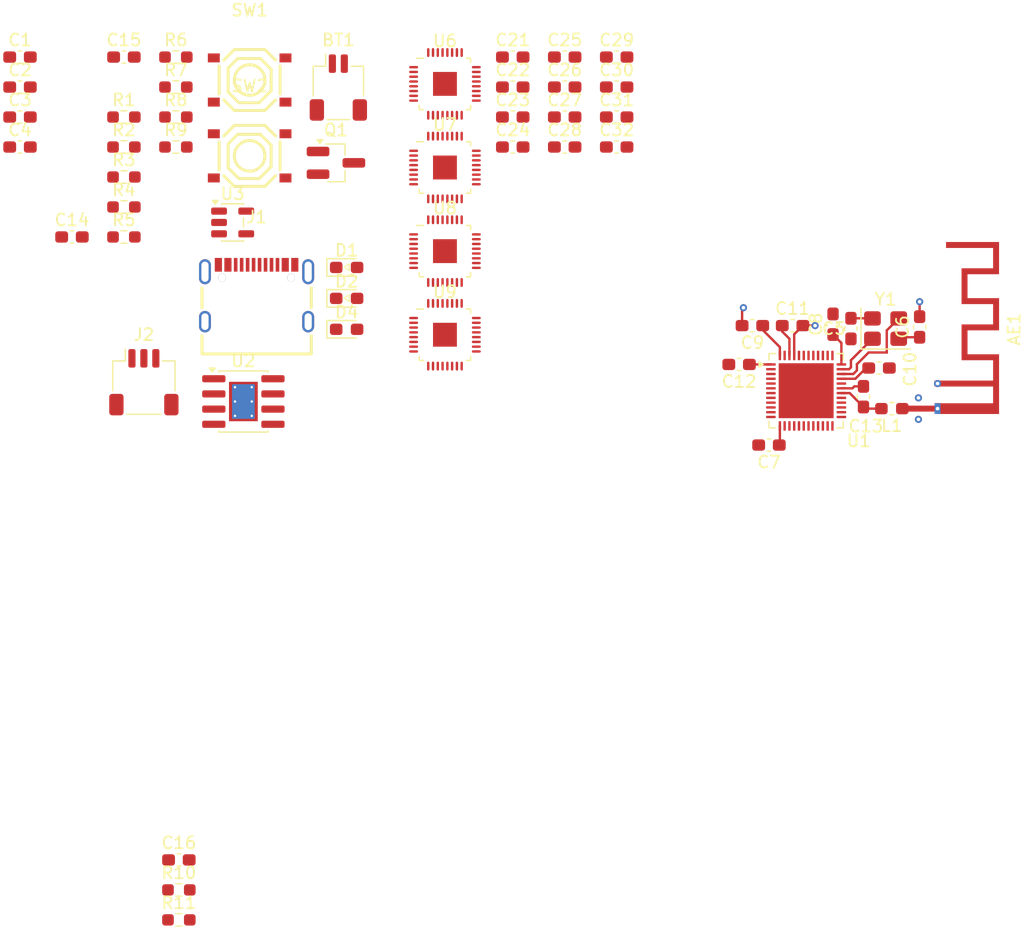
<source format=kicad_pcb>
(kicad_pcb (version 20241229) (generator "pcbnew") (generator_version "9.0")
  (layers (0 "F.Cu" signal) (2 "B.Cu" signal) (13 "F.Paste" user) (15 "B.Paste" user) (5 "F.SilkS" user "F.Silkscreen") (7 "B.SilkS" user "B.Silkscreen") (1 "F.Mask" user) (3 "B.Mask" user) (25 "Edge.Cuts" user))
  (net 0 "")
  (net 1 "Net-(AE1-PCB_Trace)")
  (net 2 "GND")
  (net 3 "VBAT")
  (net 4 "VBUS")
  (net 5 "Net-(D4-K)")
  (net 6 "+3V3")
  (net 7 "Net-(U1-XC1)")
  (net 8 "Net-(U1-XC2)")
  (net 9 "Net-(C7-Pad1)")
  (net 10 "Net-(U1-DEC3)")
  (net 11 "Net-(U1-DEC4)")
  (net 12 "Net-(U1-DEC1)")
  (net 13 "Net-(U1-ANT)")
  (net 14 "/RESET")
  (net 15 "/USER_BUTTON")
  (net 16 "Net-(U6-VCAP)")
  (net 17 "Net-(U6-IREF)")
  (net 18 "Net-(U7-VCAP)")
  (net 19 "Net-(U7-IREF)")
  (net 20 "Net-(U8-VCAP)")
  (net 21 "Net-(U8-IREF)")
  (net 22 "Net-(U9-VCAP)")
  (net 23 "Net-(U9-IREF)")
  (net 24 "Net-(D1-K)")
  (net 25 "Net-(D1-A)")
  (net 26 "Net-(D2-A)")
  (net 27 "Net-(D2-K)")
  (net 28 "/USB_DM")
  (net 29 "Net-(J1-CC2)")
  (net 32 "/USB_DP")
  (net 33 "Net-(J1-CC1)")
  (net 34 "/SWCLK")
  (net 35 "/SWDIO")
  (net 36 "Net-(Q1-G)")
  (net 37 "Net-(U2-PROG)")
  (net 39 "I2C_SDA")
  (net 53 "I2C_SCL")
  (net 57 "Net-(U1-P0.02{slash}AIN0)")
  (net 64 "I2C_EN")
  (net 72 "LED1_OUT19")
  (net 73 "LED1_OUT12")
  (net 74 "LED1_OUT20")
  (net 75 "LED1_OUT10")
  (net 76 "LED1_OUT16")
  (net 77 "LED1_OUT9")
  (net 78 "LED1_OUT5")
  (net 79 "LED1_OUT3")
  (net 80 "LED1_OUT17")
  (net 81 "LED1_OUT13")
  (net 82 "LED1_OUT22")
  (net 83 "LED1_OUT11")
  (net 84 "LED1_OUT21")
  (net 85 "LED1_OUT14")
  (net 86 "LED1_OUT6")
  (net 87 "LED1_OUT8")
  (net 88 "LED1_OUT7")
  (net 89 "LED1_OUT18")
  (net 90 "LED1_OUT1")
  (net 91 "LED1_OUT2")
  (net 92 "LED1_OUT4")
  (net 93 "LED1_OUT15")
  (net 94 "LED1_OUT23")
  (net 95 "LED1_OUT24")
  (net 96 "LED2_OUT24")
  (net 97 "LED2_OUT3")
  (net 98 "LED2_OUT2")
  (net 99 "LED2_OUT18")
  (net 100 "LED2_OUT16")
  (net 101 "LED2_OUT6")
  (net 102 "LED2_OUT14")
  (net 103 "LED2_OUT23")
  (net 104 "LED2_OUT10")
  (net 105 "LED2_OUT11")
  (net 106 "LED2_OUT15")
  (net 107 "LED2_OUT19")
  (net 108 "LED2_OUT1")
  (net 109 "LED2_OUT17")
  (net 110 "LED2_OUT13")
  (net 111 "LED2_OUT21")
  (net 112 "LED2_OUT5")
  (net 113 "LED2_OUT12")
  (net 114 "LED2_OUT22")
  (net 115 "LED2_OUT9")
  (net 116 "LED2_OUT4")
  (net 117 "LED2_OUT8")
  (net 118 "LED2_OUT7")
  (net 119 "LED2_OUT20")
  (net 120 "LED3_OUT8")
  (net 121 "LED3_OUT16")
  (net 122 "LED3_OUT10")
  (net 123 "LED3_OUT15")
  (net 124 "LED3_OUT6")
  (net 125 "LED3_OUT3")
  (net 126 "LED3_OUT21")
  (net 127 "LED3_OUT11")
  (net 128 "LED3_OUT22")
  (net 129 "LED3_OUT14")
  (net 130 "LED3_OUT1")
  (net 131 "LED3_OUT23")
  (net 132 "LED3_OUT7")
  (net 133 "LED3_OUT17")
  (net 134 "LED3_OUT18")
  (net 135 "LED3_OUT4")
  (net 136 "LED3_OUT9")
  (net 137 "LED3_OUT24")
  (net 138 "LED3_OUT19")
  (net 139 "LED3_OUT12")
  (net 140 "LED3_OUT20")
  (net 141 "LED3_OUT5")
  (net 142 "LED3_OUT2")
  (net 143 "LED3_OUT13")
  (net 144 "LED4_OUT3")
  (net 145 "LED4_OUT5")
  (net 146 "LED4_OUT20")
  (net 147 "LED4_OUT12")
  (net 148 "LED4_OUT18")
  (net 149 "LED4_OUT24")
  (net 150 "LED4_OUT2")
  (net 151 "LED4_OUT23")
  (net 152 "LED4_OUT9")
  (net 153 "LED4_OUT17")
  (net 154 "LED4_OUT16")
  (net 155 "LED4_OUT14")
  (net 156 "LED4_OUT6")
  (net 157 "LED4_OUT22")
  (net 158 "LED4_OUT1")
  (net 159 "LED4_OUT8")
  (net 160 "LED4_OUT11")
  (net 161 "LED4_OUT7")
  (net 162 "LED4_OUT13")
  (net 163 "LED4_OUT10")
  (net 164 "LED4_OUT21")
  (net 165 "LED4_OUT19")
  (net 166 "LED4_OUT15")
  (net 167 "LED4_OUT4")
  (net 168 "Net-(C5-Pad2)")
  (net 169 "Net-(C6-Pad1)")
  (footprint "Capacitor_SMD:C_0603_1608Metric_Pad1.08x0.95mm_HandSolder" (layer "F.Cu") (at 147.4375 68.29)
    (property "Reference" "C23")
    (property "Value" "10u")
  )
  (footprint "Package_TO_SOT_SMD:SOT-23-5" (layer "F.Cu") (at 123.9875 77.115)
    (property "Reference" "U3")
    (property "Value" "LP5907MFX-3.3")
  )
  (footprint "Capacitor_SMD:C_0603_1608Metric_Pad1.08x0.95mm_HandSolder" (layer "F.Cu") (at 106.1875 70.8)
    (property "Reference" "C4")
    (property "Value" "1u")
  )
  (footprint "3nt3:LP5024" (layer "F.Cu") (at 141.7625 86.515)
    (property "Reference" "U9")
    (property "Value" "LP5024")
  )
  (footprint "Capacitor_SMD:C_0603_1608Metric_Pad1.08x0.95mm_HandSolder" (layer "F.Cu") (at 166.3875 89 180)
    (property "Reference" "C12")
    (property "Value" "100n")
  )
  (footprint "Capacitor_SMD:C_0603_1608Metric_Pad1.08x0.95mm_HandSolder" (layer "F.Cu") (at 151.7875 63.27)
    (property "Reference" "C25")
    (property "Value" "100n")
  )
  (footprint "Capacitor_SMD:C_0603_1608Metric_Pad1.08x0.95mm_HandSolder" (layer "F.Cu") (at 167.5 85.75 180)
    (property "Reference" "C9")
    (property "Value" "100n")
  )
  (footprint "Resistor_SMD:R_0603_1608Metric_Pad0.98x0.95mm_HandSolder" (layer "F.Cu") (at 119.2375 70.8)
    (property "Reference" "R9")
    (property "Value" "10K")
  )
  (footprint "3nt3:LP5024" (layer "F.Cu") (at 141.7625 65.515)
    (property "Reference" "U6")
    (property "Value" "LP5024")
  )
  (footprint "Capacitor_SMD:C_0603_1608Metric_Pad1.08x0.95mm_HandSolder" (layer "F.Cu") (at 174.25 85.6375 90)
    (property "Reference" "C8")
    (property "Value" "100n")
  )
  (footprint "Resistor_SMD:R_0603_1608Metric_Pad0.98x0.95mm_HandSolder" (layer "F.Cu") (at 114.8875 78.33)
    (property "Reference" "R5")
    (property "Value" "1K")
  )
  (footprint "Package_DFN_QFN:QFN-48-1EP_6x6mm_P0.4mm_EP4.6x4.6mm" (layer "F.Cu") (at 172 91.2)
    (property "Reference" "U1")
    (property "Value" "nRF52832-QFxx")
  )
  (footprint "Capacitor_SMD:C_0603_1608Metric_Pad1.08x0.95mm_HandSolder" (layer "F.Cu") (at 147.4375 70.8)
    (property "Reference" "C24")
    (property "Value" "1u")
  )
  (footprint "Resistor_SMD:R_0603_1608Metric_Pad0.98x0.95mm_HandSolder" (layer "F.Cu") (at 114.8875 75.82)
    (property "Reference" "R4")
    (property "Value" "1K")
  )
  (footprint "Resistor_SMD:R_0603_1608Metric_Pad0.98x0.95mm_HandSolder" (layer "F.Cu") (at 119.2375 68.29)
    (property "Reference" "R8")
    (property "Value" "10K")
  )
  (footprint "Capacitor_SMD:C_0603_1608Metric_Pad1.08x0.95mm_HandSolder" (layer "F.Cu") (at 114.8875 63.27)
    (property "Reference" "C15")
    (property "Value" "100n")
  )
  (footprint "Resistor_SMD:R_0603_1608Metric_Pad0.98x0.95mm_HandSolder" (layer "F.Cu") (at 114.8875 70.8)
    (property "Reference" "R2")
    (property "Value" "5K1")
  )
  (footprint "Package_TO_SOT_SMD:SOT-23_Handsoldering" (layer "F.Cu") (at 132.6375 72.125)
    (property "Reference" "Q1")
    (property "Value" "PMOS")
  )
  (footprint "Inductor_SMD:L_0603_1608Metric_Pad1.05x0.95mm_HandSolder" (layer "F.Cu") (at 179.175 92.7 180)
    (property "Reference" "L1")
    (property "Value" "3n9")
  )
  (footprint "Capacitor_SMD:C_0603_1608Metric_Pad1.08x0.95mm_HandSolder" (layer "F.Cu") (at 170.8625 85.75)
    (property "Reference" "C11")
    (property "Value" "1u")
  )
  (footprint "Resistor_SMD:R_0603_1608Metric_Pad0.98x0.95mm_HandSolder" (layer "F.Cu") (at 119.2375 63.27)
    (property "Reference" "R6")
    (property "Value" "10K")
  )
  (footprint "Resistor_SMD:R_0603_1608Metric_Pad0.98x0.95mm_HandSolder" (layer "F.Cu") (at 114.8875 73.31)
    (property "Reference" "R3")
    (property "Value" "5K1")
  )
  (footprint "kicad-lib:LED_0603_1608Metric_Pad1.05x0.95mm_HandSolder_Triangle" (layer "F.Cu") (at 133.5325 80.88)
    (property "Reference" "D1")
    (property "Value" "LED")
  )
  (footprint "Capacitor_SMD:C_0603_1608Metric_Pad1.08x0.95mm_HandSolder" (layer "F.Cu") (at 156.1375 68.29)
    (property "Reference" "C31")
    (property "Value" "100n")
  )
  (footprint "Package_SO:SOIC-8-1EP_3.9x4.9mm_P1.27mm_EP2.41x3.3mm_ThermalVias" (layer "F.Cu") (at 124.8875 92.105)
    (property "Reference" "U2")
    (property "Value" "TP4056-42-ESOP8")
  )
  (footprint "Capacitor_SMD:C_0603_1608Metric_Pad1.08x0.95mm_HandSolder" (layer "F.Cu") (at 168.8875 95.75 180)
    (property "Reference" "C7")
    (property "Value" "4u7")
  )
  (footprint "easyeda2kicad:USB-C-SMD_MC-311D" (layer "F.Cu") (at 125.9925 83.04)
    (property "Reference" "J1")
    (property "Value" "USB_C_Receptacle")
  )
  (footprint "Resistor_SMD:R_0603_1608Metric_Pad0.98x0.95mm_HandSolder" (layer "F.Cu") (at 119.2375 65.78)
    (property "Reference" "R7")
    (property "Value" "10K")
  )
  (footprint "Capacitor_SMD:C_0603_1608Metric_Pad1.08x0.95mm_HandSolder" (layer "F.Cu") (at 181.5 85.8625 90)
    (property "Reference" "C6")
    (property "Value" "12p")
  )
  (footprint "Capacitor_SMD:C_0603_1608Metric_Pad1.08x0.95mm_HandSolder" (layer "F.Cu") (at 151.7875 68.29)
    (property "Reference" "C27")
    (property "Value" "1u")
  )
  (footprint "3nt3:LP5024" (layer "F.Cu") (at 141.7625 79.515)
    (property "Reference" "U8")
    (property "Value" "LP5024")
  )
  (footprint "Connector_JST:JST_SH_SM03B-SRSS-TB_1x03-1MP_P1.00mm_Horizontal" (layer "F.Cu") (at 116.5575 90.49)
    (property "Reference" "J2")
    (property "Value" "Conn_01x03_Socket")
  )
  (footprint "Capacitor_SMD:C_0603_1608Metric_Pad1.08x0.95mm_HandSolder" (layer "F.Cu") (at 156.1375 65.78)
    (property "Reference" "C30")
    (property "Value" "1u")
  )
  (footprint "Capacitor_SMD:C_0603_1608Metric_Pad1.08x0.95mm_HandSolder" (layer "F.Cu") (at 119.4875 130.48)
    (property "Reference" "C16")
    (property "Value" "100n")
  )
  (footprint "Capacitor_SMD:C_0603_1608Metric_Pad1.08x0.95mm_HandSolder" (layer "F.Cu") (at 106.1875 65.78)
    (property "Reference" "C2")
    (property "Value" "10u")
  )
  (footprint "RF_Antenna:Texas_SWRA117D_2.4GHz_Left" (layer "F.Cu") (at 183 90.6 -90)
    (property "Reference" "AE1")
    (property "Value" "PCB Antenna")
  )
  (footprint "3nt3:LP5024" (layer "F.Cu") (at 141.7625 72.515)
    (property "Reference" "U7")
    (property "Value" "LP5024")
  )
  (footprint "easyeda2kicad:SW-SMD_4P-L5.1-W5.1-P3.70-LS6.5-TL_H1.5" (layer "F.Cu") (at 125.4125 65.19)
    (property "Reference" "SW1")
    (property "Value" "SW_Push")
  )
  (footprint "Resistor_SMD:R_0603_1608Metric_Pad0.98x0.95mm_HandSolder" (layer "F.Cu") (at 114.8875 68.29)
    (property "Reference" "R1")
    (property "Value" "1K1")
  )
  (footprint "Capacitor_SMD:C_0603_1608Metric_Pad1.08x0.95mm_HandSolder" (layer "F.Cu") (at 176.8 91.7 90)
    (property "Reference" "C13")
    (property "Value" "0.8p")
  )
  (footprint "Capacitor_SMD:C_0603_1608Metric_Pad1.08x0.95mm_HandSolder" (layer "F.Cu") (at 151.7875 70.8)
    (property "Reference" "C28")
    (property "Value" "100n")
  )
  (footprint "Capacitor_SMD:C_0603_1608Metric_Pad1.08x0.95mm_HandSolder" (layer "F.Cu") (at 147.4375 63.27)
    (property "Reference" "C21")
    (property "Value" "1u")
  )
  (footprint "Capacitor_SMD:C_0603_1608Metric_Pad1.08x0.95mm_HandSolder" (layer "F.Cu") (at 175.75 86 90)
    (property "Reference" "C5")
    (property "Value" "12p")
  )
  (footprint "Capacitor_SMD:C_0603_1608Metric_Pad1.08x0.95mm_HandSolder" (layer "F.Cu") (at 156.1375 63.27)
    (property "Reference" "C29")
    (property "Value" "10u")
  )
  (footprint "Capacitor_SMD:C_0603_1608Metric_Pad1.08x0.95mm_HandSolder" (layer "F.Cu") (at 106.1875 68.29)
    (property "Reference" "C3")
    (property "Value" "1u")
  )
  (footprint "Resistor_SMD:R_0603_1608Metric_Pad0.98x0.95mm_HandSolder" (layer "F.Cu") (at 119.4875 135.5)
    (property "Reference" "R11")
    (property "Value" "1M")
  )
  (footprint "Capacitor_SMD:C_0603_1608Metric_Pad1.08x0.95mm_HandSolder" (layer "F.Cu") (at 147.4375 65.78)
    (property "Reference" "C22")
    (property "Value" "100n")
  )
  (footprint "Resistor_SMD:R_0603_1608Metric_Pad0.98x0.95mm_HandSolder" (layer "F.Cu") (at 119.4875 132.99)
    (property "Reference" "R10")
    (property "Value" "1M")
  )
  (footprint "Capacitor_SMD:C_0603_1608Metric_Pad1.08x0.95mm_HandSolder" (layer "F.Cu") (at 110.5375 78.33)
    (property "Reference" "C14")
    (property "Value" "100n")
  )
  (footprint "easyeda2kicad:SW-SMD_4P-L5.1-W5.1-P3.70-LS6.5-TL_H1.5" (layer "F.Cu") (at 125.4125 71.54)
    (property "Reference" "SW2")
    (property "Value" "SW_Push")
  )
  (footprint "Crystal:Crystal_SMD_3225-4Pin_3.2x2.5mm" (layer "F.Cu") (at 178.65 86)
    (property "Reference" "Y1")
    (property "Value" "Crystal_GND24_Small")
  )
  (footprint "Diode_SMD:D_0603_1608Metric_Pad1.05x0.95mm_HandSolder" (layer "F.Cu") (at 133.5325 86.06)
    (property "Reference" "D4")
    (property "Value" "D_Schottky")
  )
  (footprint "kicad-lib:LED_0603_1608Metric_Pad1.05x0.95mm_HandSolder_Triangle" (layer "F.Cu") (at 133.5325 83.47)
    (property "Reference" "D2")
    (property "Value" "LED")
  )
  (footprint "Capacitor_SMD:C_0603_1608Metric_Pad1.08x0.95mm_HandSolder" (layer "F.Cu") (at 106.1875 63.27)
    (property "Reference" "C1")
    (property "Value" "10u")
  )
  (footprint "Capacitor_SMD:C_0603_1608Metric_Pad1.08x0.95mm_HandSolder" (layer "F.Cu") (at 156.1375 70.8)
    (property "Reference" "C32")
    (property "Value" "10u")
  )
  (footprint "Capacitor_SMD:C_0603_1608Metric_Pad1.08x0.95mm_HandSolder" (layer "F.Cu") (at 151.7875 65.78)
    (property "Reference" "C26")
    (property "Value" "10u")
  )
  (footprint "Connector_JST:JST_SH_SM02B-SRSS-TB_1x02-1MP_P1.00mm_Horizontal" (layer "F.Cu") (at 132.8375 65.82)
    (property "Reference" "BT1")
    (property "Value" "Battery")
  )
  (footprint "Capacitor_SMD:C_0603_1608Metric_Pad1.08x0.95mm_HandSolder" (layer "F.Cu") (at 178.1 89.3)
    (property "Reference" "C10")
    (property "Value" "100p")
  )
  (via (at 181.4 91.8) (size 0.6) (drill 0.3) (layers "F.Cu" "B.Cu") (net 0))
  (via (at 181.4 93.6) (size 0.6) (drill 0.3) (layers "F.Cu" "B.Cu") (net 0))
  (segment (start 183 92.7) (end 180.0875 92.7) (width 0.5) (layer "F.Cu") (net 1))
  (segment (start 171 88.25) (end 171 86.475) (width 0.2) (layer "F.Cu") (net 2))
  (segment (start 166.6375 84.3625) (end 166.75 84.25) (width 0.2) (layer "F.Cu") (net 2))
  (segment (start 174.95 91) (end 175.875 91) (width 0.2) (layer "F.Cu") (net 2))
  (segment (start 176.0375 90.8375) (end 176.8 90.8375) (width 0.2) (layer "F.Cu") (net 2))
  (segment (start 181.5 85) (end 181.5 83.75) (width 0.2) (layer "F.Cu") (net 2))
  (segment (start 166.6375 85.75) (end 166.6375 84.3625) (width 0.2) (layer "F.Cu") (net 2))
  (segment (start 171.725 85.75) (end 172.75 85.75) (width 0.2) (layer "F.Cu") (net 2))
  (segment (start 175.875 91) (end 176.0375 90.8375) (width 0.2) (layer "F.Cu") (net 2))
  (segment (start 171 86.475) (end 171.725 85.75) (width 0.2) (layer "F.Cu") (net 2))
  (via (at 172.75 85.75) (size 0.6) (drill 0.3) (layers "F.Cu" "B.Cu") (net 2))
  (via (at 181.5 83.75) (size 0.6) (drill 0.3) (layers "F.Cu" "B.Cu") (net 2))
  (via (at 183 90.6) (size 0.6) (drill 0.3) (layers "F.Cu" "B.Cu") (net 2))
  (via (at 166.75 84.25) (size 0.6) (drill 0.3) (layers "F.Cu" "B.Cu") (net 2))
  (segment (start 175.95 89.8) (end 176.25 89.5) (width 0.2) (layer "F.Cu") (net 7))
  (segment (start 176.25 88.981866) (end 176.25 89.5) (width 0.2) (layer "F.Cu") (net 7))
  (segment (start 178.749 86.151) (end 178.749 87.999) (width 0.2) (layer "F.Cu") (net 7))
  (segment (start 177.231866 88) (end 176.25 88.981866) (width 0.2) (layer "F.Cu") (net 7))
  (segment (start 178.749 87.999) (end 178.75 88) (width 0.2) (layer "F.Cu") (net 7))
  (segment (start 179.75 85.15) (end 178.749 86.151) (width 0.2) (layer "F.Cu") (net 7))
  (segment (start 178.75 88) (end 177.231866 88) (width 0.2) (layer "F.Cu") (net 7))
  (segment (start 174.95 89.8) (end 175.95 89.8) (width 0.2) (layer "F.Cu") (net 7))
  (segment (start 175.75 89.25) (end 175.75 88.65) (width 0.2) (layer "F.Cu") (net 8))
  (segment (start 175.75 88.65) (end 177.55 86.85) (width 0.2) (layer "F.Cu") (net 8))
  (segment (start 174.95 89.4) (end 175.6 89.4) (width 0.2) (layer "F.Cu") (net 8))
  (segment (start 175.6 89.4) (end 175.75 89.25) (width 0.2) (layer "F.Cu") (net 8))
  (segment (start 169.8 94.15) (end 169.8 95.95) (width 0.2) (layer "F.Cu") (net 9))
  (segment (start 174.95 87.2) (end 174.25 86.5) (width 0.2) (layer "F.Cu") (net 9))
  (segment (start 169.8 95.95) (end 169.75 96) (width 0.2) (layer "F.Cu") (net 9))
  (segment (start 174.95 89) (end 174.95 87.2) (width 0.2) (layer "F.Cu") (net 9))
  (segment (start 169.8 88.25) (end 169.8 87.55) (width 0.2) (layer "F.Cu") (net 9))
  (segment (start 169.8 87.55) (end 168.3625 86.1125) (width 0.2) (layer "F.Cu") (net 9))
  (segment (start 168.3625 86.1125) (end 168.3625 85.75) (width 0.2) (layer "F.Cu") (net 9))
  (segment (start 177.11875 89.2) (end 177.1375 89.2) (width 0.2) (layer "F.Cu") (net 10))
  (segment (start 174.95 90.2) (end 176.11875 90.2) (width 0.2) (layer "F.Cu") (net 10))
  (segment (start 177.1375 89.2) (end 177.2375 89.3) (width 0.2) (layer "F.Cu") (net 10))
  (segment (start 176.11875 90.2) (end 177.11875 89.2) (width 0.2) (layer "F.Cu") (net 10))
  (segment (start 170.6 86.85) (end 170 86.25) (width 0.2) (layer "F.Cu") (net 11))
  (segment (start 170.6 88.25) (end 170.6 86.85) (width 0.2) (layer "F.Cu") (net 11))
  (segment (start 170 86.25) (end 170 85.75) (width 0.2) (layer "F.Cu") (net 11))
  (segment (start 169.05 89) (end 167.25 89) (width 0.2) (layer "F.Cu") (net 12))
  (segment (start 174.95 91.4) (end 175.65 91.4) (width 0.2) (layer "F.Cu") (net 13))
  (segment (start 176.8 92.5625) (end 176.9375 92.7) (width 0.2) (layer "F.Cu") (net 13))
  (segment (start 175.65 91.4) (end 176.05 91.8) (width 0.2) (layer "F.Cu") (net 13))
  (segment (start 176.05 91.8125) (end 176.8 92.5625) (width 0.2) (layer "F.Cu") (net 13))
  (segment (start 176.9375 92.7) (end 178.3 92.7) (width 0.2) (layer "F.Cu") (net 13))
  (segment (start 176.05 91.8) (end 176.05 91.8125) (width 0.2) (layer "F.Cu") (net 13))
  (segment (start 177.5375 85.1375) (end 177.55 85.15) (width 0.2) (layer "F.Cu") (net 168))
  (segment (start 175.75 85.1375) (end 177.5375 85.1375) (width 0.2) (layer "F.Cu") (net 168))
  (segment (start 181.5 86.725) (end 179.875 86.725) (width 0.2) (layer "F.Cu") (net 169))
  (segment (start 179.875 86.725) (end 179.75 86.85) (width 0.2) (layer "F.Cu") (net 169))
)
</source>
